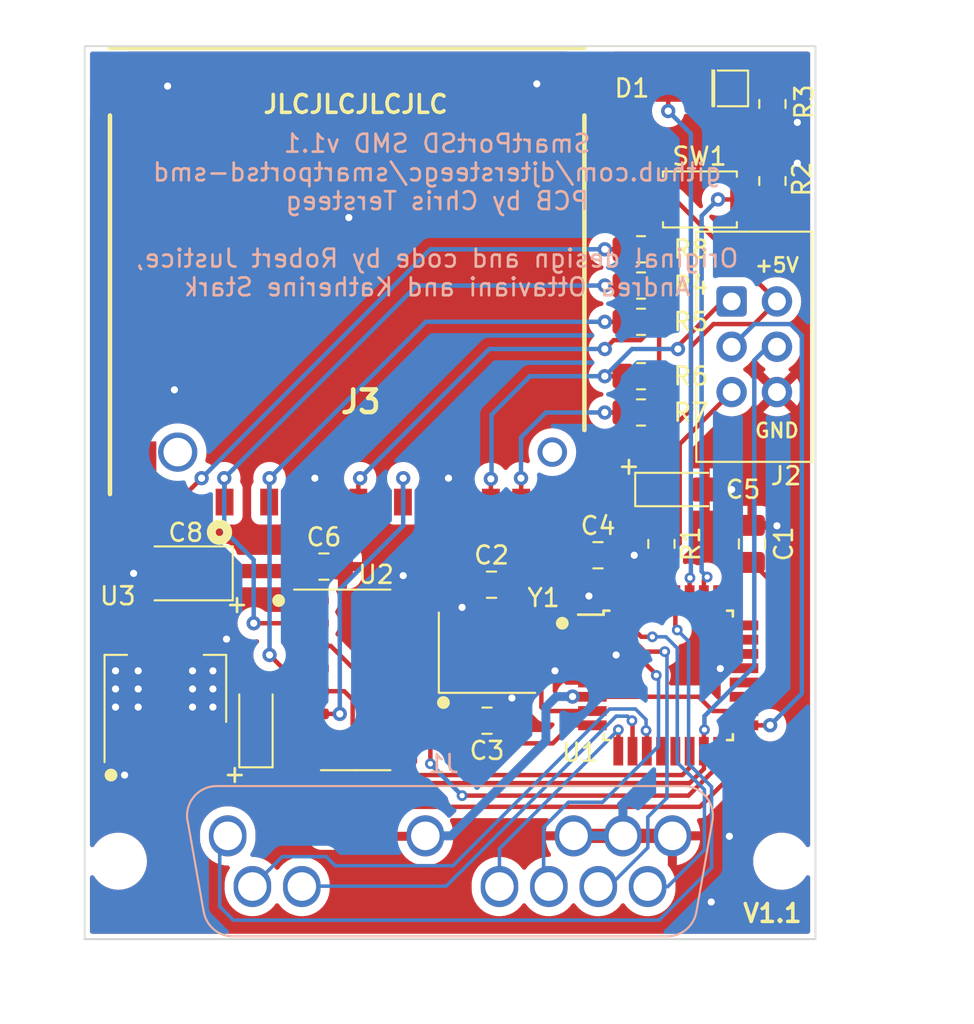
<source format=kicad_pcb>
(kicad_pcb (version 20221018) (generator pcbnew)
  (title_block (title "SmartPortSD SMD") (date "2023-12-07") (rev "1.1") (company "Chris Tersteeg"))
  (layers (0 "F.Cu" signal) (31 "B.Cu" signal) (34 "B.Paste" user) (35 "F.Paste" user) (36 "B.SilkS" user "B.Silkscreen") (37 "F.SilkS" user "F.Silkscreen") (38 "B.Mask" user) (39 "F.Mask" user) (44 "Edge.Cuts" user))
  (net 0 "")
  (net 1 "Net-(D1-K)")
  (net 2 "GND")
  (net 3 "/PA4_STATUS_LED")
  (net 4 "Net-(U1-AREF)")
  (net 5 "+5V")
  (net 6 "Net-(U1-XTAL1{slash}PB6)")
  (net 7 "Net-(U1-XTAL2{slash}PB7)")
  (net 8 "/PA5_WR_PROT")
  (net 9 "Net-(J3-DAT3{slash}CS)")
  (net 10 "Net-(J3-CMD{slash}DI)")
  (net 11 "+3.3V")
  (net 15 "/PD2_00")
  (net 16 "Net-(J3-CLK{slash}SCLK)")
  (net 17 "/MISO_D12")
  (net 18 "Net-(J3-DAT1)")
  (net 19 "Net-(J3-DAT2)")
  (net 22 "/PD3_01")
  (net 23 "/PD4_02")
  (net 24 "/PD5_03")
  (net 25 "/CS_D10")
  (net 26 "/MOSI_D11")
  (net 27 "/SCK_D13")
  (net 28 "/PD6_RD_DATA")
  (net 35 "/PD7_WR_DATA")
  (net 36 "/PA3_EJECT_BUTTON")
  (net 38 "/RESET")
  (footprint "Package_QFP:TQFP-32_7x7mm_P0.8mm" (layer "F.Cu") (at 167.005 117.856)
    (fp_text reference "U1" (at -4.953 4.318) (layer "F.SilkS"))
    (fp_text value "ATmega328P-A" hide)
    (pad "1" smd rect (at -4.25 -2.8) (size 1.6 0.55) (layers "F.Cu" "F.Paste" "F.Mask") (net 22 "/PD3_01"))
    (pad "2" smd rect (at -4.25 -2) (size 1.6 0.55) (layers "F.Cu" "F.Paste" "F.Mask") (net 23 "/PD4_02"))
    (pad "3" smd rect (at -4.25 -1.2) (size 1.6 0.55) (layers "F.Cu" "F.Paste" "F.Mask") (net 2 "GND"))
    (pad "4" smd rect (at -4.25 -0.4) (size 1.6 0.55) (layers "F.Cu" "F.Paste" "F.Mask") (net 5 "+5V"))
    (pad "5" smd rect (at -4.25 0.4) (size 1.6 0.55) (layers "F.Cu" "F.Paste" "F.Mask") (net 2 "GND"))
    (pad "6" smd rect (at -4.25 1.2) (size 1.6 0.55) (layers "F.Cu" "F.Paste" "F.Mask") (net 5 "+5V"))
    (pad "7" smd rect (at -4.25 2) (size 1.6 0.55) (layers "F.Cu" "F.Paste" "F.Mask") (net 6 "Net-(U1-XTAL1{slash}PB6)"))
    (pad "8" smd rect (at -4.25 2.8) (size 1.6 0.55) (layers "F.Cu" "F.Paste" "F.Mask") (net 7 "Net-(U1-XTAL2{slash}PB7)"))
    (pad "9" smd rect (at -2.8 4.25 90) (size 1.6 0.55) (layers "F.Cu" "F.Paste" "F.Mask") (net 24 "/PD5_03"))
    (pad "10" smd rect (at -2 4.25 90) (size 1.6 0.55) (layers "F.Cu" "F.Paste" "F.Mask") (net 28 "/PD6_RD_DATA"))
    (pad "11" smd rect (at -1.2 4.25 90) (size 1.6 0.55) (layers "F.Cu" "F.Paste" "F.Mask") (net 35 "/PD7_WR_DATA"))
    (pad "12" smd rect (at -0.4 4.25 90) (size 1.6 0.55) (layers "F.Cu" "F.Paste" "F.Mask"))
    (pad "13" smd rect (at 0.4 4.25 90) (size 1.6 0.55) (layers "F.Cu" "F.Paste" "F.Mask"))
    (pad "14" smd rect (at 1.2 4.25 90) (size 1.6 0.55) (layers "F.Cu" "F.Paste" "F.Mask") (net 25 "/CS_D10"))
    (pad "15" smd rect (at 2 4.25 90) (size 1.6 0.55) (layers "F.Cu" "F.Paste" "F.Mask") (net 26 "/MOSI_D11"))
    (pad "16" smd rect (at 2.8 4.25 90) (size 1.6 0.55) (layers "F.Cu" "F.Paste" "F.Mask") (net 17 "/MISO_D12"))
    (pad "17" smd rect (at 4.25 2.8) (size 1.6 0.55) (layers "F.Cu" "F.Paste" "F.Mask") (net 27 "/SCK_D13"))
    (pad "18" smd rect (at 4.25 2) (size 1.6 0.55) (layers "F.Cu" "F.Paste" "F.Mask") (net 5 "+5V"))
    (pad "19" smd rect (at 4.25 1.2) (size 1.6 0.55) (layers "F.Cu" "F.Paste" "F.Mask"))
    (pad "20" smd rect (at 4.25 0.4) (size 1.6 0.55) (layers "F.Cu" "F.Paste" "F.Mask") (net 4 "Net-(U1-AREF)"))
    (pad "21" smd rect (at 4.25 -0.4) (size 1.6 0.55) (layers "F.Cu" "F.Paste" "F.Mask") (net 2 "GND"))
    (pad "22" smd rect (at 4.25 -1.2) (size 1.6 0.55) (layers "F.Cu" "F.Paste" "F.Mask"))
    (pad "23" smd rect (at 4.25 -2) (size 1.6 0.55) (layers "F.Cu" "F.Paste" "F.Mask"))
    (pad "24" smd rect (at 4.25 -2.8) (size 1.6 0.55) (layers "F.Cu" "F.Paste" "F.Mask"))
    (pad "25" smd rect (at 2.8 -4.25 90) (size 1.6 0.55) (layers "F.Cu" "F.Paste" "F.Mask"))
    (pad "26" smd rect (at 2 -4.25 90) (size 1.6 0.55) (layers "F.Cu" "F.Paste" "F.Mask") (net 36 "/PA3_EJECT_BUTTON"))
    (pad "27" smd rect (at 1.2 -4.25 90) (size 1.6 0.55) (layers "F.Cu" "F.Paste" "F.Mask") (net 3 "/PA4_STATUS_LED"))
    (pad "28" smd rect (at 0.4 -4.25 90) (size 1.6 0.55) (layers "F.Cu" "F.Paste" "F.Mask") (net 8 "/PA5_WR_PROT"))
    (pad "29" smd rect (at -0.4 -4.25 90) (size 1.6 0.55) (layers "F.Cu" "F.Paste" "F.Mask") (net 38 "/RESET"))
    (pad "30" smd rect (at -1.2 -4.25 90) (size 1.6 0.55) (layers "F.Cu" "F.Paste" "F.Mask"))
    (pad "31" smd rect (at -2 -4.25 90) (size 1.6 0.55) (layers "F.Cu" "F.Paste" "F.Mask"))
    (pad "32" smd rect (at -2.8 -4.25 90) (size 1.6 0.55) (layers "F.Cu" "F.Paste" "F.Mask") (net 15 "/PD2_00"))
  )
  (footprint "Capacitor_Tantalum_SMD:CP_EIA-3216-18_Kemet-A_Pad1.58x1.35mm_HandSolder" (layer "F.Cu") (at 143.891 120.523 90)
    (fp_text reference "C7" hide)
    (fp_text value "22uf 10V" hide)
    (pad "1" smd roundrect (at -1.4375 0 90) (size 1.575 1.35) (layers "F.Cu" "F.Paste" "F.Mask") (roundrect_rratio 0.1851851852) (net 5 "+5V"))
    (pad "2" smd roundrect (at 1.4375 0 90) (size 1.575 1.35) (layers "F.Cu" "F.Paste" "F.Mask") (roundrect_rratio 0.1851851852) (net 2 "GND"))
  )
  (footprint "Resistor_SMD:R_0805_2012Metric_Pad1.20x1.40mm_HandSolder" (layer "F.Cu") (at 165.481 101.092 180)
    (fp_text reference "R6" (at -2.794 0 180) (layer "F.SilkS"))
    (fp_text value "10K")
    (pad "1" smd roundrect (at -1 0 180) (size 1.2 1.4) (layers "F.Cu" "F.Paste" "F.Mask") (roundrect_rratio 0.2083333333) (net 11 "+3.3V"))
    (pad "2" smd roundrect (at 1 0 180) (size 1.2 1.4) (layers "F.Cu" "F.Paste" "F.Mask") (roundrect_rratio 0.2083333333) (net 17 "/MISO_D12"))
  )
  (footprint "Capacitor_SMD:C_0805_2012Metric_Pad1.18x1.45mm_HandSolder" (layer "F.Cu") (at 147.701 111.76 180)
    (fp_text reference "C6" (at 0 1.651) (layer "F.SilkS"))
    (fp_text value "0.1uf")
    (pad "1" smd roundrect (at -1.0375 0 180) (size 1.175 1.45) (layers "F.Cu" "F.Paste" "F.Mask") (roundrect_rratio 0.2127659574) (net 2 "GND"))
    (pad "2" smd roundrect (at 1.0375 0 180) (size 1.175 1.45) (layers "F.Cu" "F.Paste" "F.Mask") (roundrect_rratio 0.2127659574) (net 11 "+3.3V"))
  )
  (footprint "Resistor_SMD:R_0805_2012Metric_Pad1.20x1.40mm_HandSolder" (layer "F.Cu") (at 165.481 93.98 180)
    (fp_text reference "R8" (at -2.794 0 180) (layer "F.SilkS"))
    (fp_text value "10K")
    (pad "1" smd roundrect (at -1 0 180) (size 1.2 1.4) (layers "F.Cu" "F.Paste" "F.Mask") (roundrect_rratio 0.2083333333) (net 11 "+3.3V"))
    (pad "2" smd roundrect (at 1 0 180) (size 1.2 1.4) (layers "F.Cu" "F.Paste" "F.Mask") (roundrect_rratio 0.2083333333) (net 19 "Net-(J3-DAT2)"))
  )
  (footprint "Capacitor_SMD:C_0805_2012Metric_Pad1.18x1.45mm_HandSolder" (layer "F.Cu") (at 157.099 112.776 180)
    (fp_text reference "C2" (at 0 1.651) (layer "F.SilkS"))
    (fp_text value "18pf")
    (pad "1" smd roundrect (at -1.0375 0 180) (size 1.175 1.45) (layers "F.Cu" "F.Paste" "F.Mask") (roundrect_rratio 0.2127659574) (net 6 "Net-(U1-XTAL1{slash}PB6)"))
    (pad "2" smd roundrect (at 1.0375 0 180) (size 1.175 1.45) (layers "F.Cu" "F.Paste" "F.Mask") (roundrect_rratio 0.2127659574) (net 2 "GND"))
  )
  (footprint "Resistor_SMD:R_0805_2012Metric_Pad1.20x1.40mm_HandSolder" (layer "F.Cu") (at 172.847 85.836 -90)
    (fp_text reference "R3" (at -0.111 -1.778 90) (layer "F.SilkS"))
    (fp_text value "470R")
    (pad "1" smd roundrect (at -1 0 270) (size 1.2 1.4) (layers "F.Cu" "F.Paste" "F.Mask") (roundrect_rratio 0.2083333333) (net 1 "Net-(D1-K)"))
    (pad "2" smd roundrect (at 1 0 270) (size 1.2 1.4) (layers "F.Cu" "F.Paste" "F.Mask") (roundrect_rratio 0.2083333333) (net 2 "GND"))
  )
  (footprint "Resistor_SMD:R_0805_2012Metric_Pad1.20x1.40mm_HandSolder" (layer "F.Cu") (at 166.624 110.49 -90)
    (fp_text reference "R1" (at 0 -1.65 90) (layer "F.SilkS"))
    (fp_text value "10K")
    (pad "1" smd roundrect (at -1 0 270) (size 1.2 1.4) (layers "F.Cu" "F.Paste" "F.Mask") (roundrect_rratio 0.2083333333) (net 5 "+5V"))
    (pad "2" smd roundrect (at 1 0 270) (size 1.2 1.4) (layers "F.Cu" "F.Paste" "F.Mask") (roundrect_rratio 0.2083333333) (net 38 "/RESET"))
  )
  (footprint "Button_Switch_SMD:SW_Push_SPST_NO_Alps_SKRK" (layer "F.Cu") (at 168.783 91.186 180)
    (fp_text reference "SW1" (at 0.0254 2.413) (layer "F.SilkS"))
    (fp_text value "SW_SPST")
    (pad "1" smd roundrect (at -2.1 0 180) (size 0.8 2) (layers "F.Cu" "F.Paste" "F.Mask") (net 36 "/PA3_EJECT_BUTTON"))
    (pad "2" smd roundrect (at 2.1 0 180) (size 0.8 2) (layers "F.Cu" "F.Paste" "F.Mask") (net 5 "+5V"))
  )
  (footprint "Crystal:Crystal_SMD_3225-4Pin_3.2x2.5mm_HandSoldering" (layer "F.Cu") (at 156.845 116.586)
    (fp_text reference "Y1" (at 3.175 -3.075) (layer "F.SilkS"))
    (fp_text value "16MHz")
    (pad "1" smd rect (at -1.45 1.15) (size 2.1 1.8) (layers "F.Cu" "F.Paste" "F.Mask") (net 7 "Net-(U1-XTAL2{slash}PB7)"))
    (pad "2" smd rect (at 1.45 1.15) (size 2.1 1.8) (layers "F.Cu" "F.Paste" "F.Mask") (net 2 "GND"))
    (pad "3" smd rect (at 1.45 -1.15) (size 2.1 1.8) (layers "F.Cu" "F.Paste" "F.Mask") (net 6 "Net-(U1-XTAL1{slash}PB6)"))
    (pad "4" smd rect (at -1.45 -1.15) (size 2.1 1.8) (layers "F.Cu" "F.Paste" "F.Mask") (net 2 "GND"))
  )
  (footprint "Resistor_SMD:R_0805_2012Metric_Pad1.20x1.40mm_HandSolder" (layer "F.Cu") (at 165.481 98.044 180)
    (fp_text reference "R5" (at -2.794 0 180) (layer "F.SilkS"))
    (fp_text value "10K")
    (pad "1" smd roundrect (at -1 0 180) (size 1.2 1.4) (layers "F.Cu" "F.Paste" "F.Mask") (roundrect_rratio 0.2083333333) (net 11 "+3.3V"))
    (pad "2" smd roundrect (at 1 0 180) (size 1.2 1.4) (layers "F.Cu" "F.Paste" "F.Mask") (roundrect_rratio 0.2083333333) (net 10 "Net-(J3-CMD{slash}DI)"))
  )
  (footprint "TE SD Card 2041021-3:2041021-3_2" (layer "F.Cu") (at 162.306 107.696 180)
    (fp_text reference "J3" (at 12.54133 5.169) (layer "F.SilkS") (effects (font (size 1.27 1.27) (thickness 0.254))))
    (fp_text value "SD_Card_Push_Pull" hide)
    (pad "1" smd rect (at 20.175 -0.45 180) (size 1 1.5) (layers "F.Cu" "F.Paste" "F.Mask") (net 9 "Net-(J3-DAT3{slash}CS)"))
    (pad "2" smd rect (at 17.675 -0.45 180) (size 1 1.5) (layers "F.Cu" "F.Paste" "F.Mask") (net 10 "Net-(J3-CMD{slash}DI)"))
    (pad "3" smd rect (at 15.175 -0.45 180) (size 1 1.5) (layers "F.Cu" "F.Paste" "F.Mask") (net 2 "GND"))
    (pad "4" smd rect (at 12.675 -0.45 180) (size 1 1.5) (layers "F.Cu" "F.Paste" "F.Mask") (net 11 "+3.3V"))
    (pad "5" smd rect (at 10.175 -0.45 180) (size 1 1.5) (layers "F.Cu" "F.Paste" "F.Mask") (net 16 "Net-(J3-CLK{slash}SCLK)"))
    (pad "6" smd rect (at 7.675 -0.45 180) (size 1 1.5) (layers "F.Cu" "F.Paste" "F.Mask") (net 2 "GND"))
    (pad "7" smd rect (at 5.245 -0.45 180) (size 1 1.5) (layers "F.Cu" "F.Paste" "F.Mask") (net 17 "/MISO_D12"))
    (pad "8" smd rect (at 3.545 -0.45 180) (size 1 1.5) (layers "F.Cu" "F.Paste" "F.Mask") (net 18 "Net-(J3-DAT1)"))
    (pad "9" smd rect (at 22.675 -0.45 180) (size 1 1.5) (layers "F.Cu" "F.Paste" "F.Mask") (net 19 "Net-(J3-DAT2)"))
    (pad "10" smd rect (at 2.345 -0.45 180) (size 0.7 1.5) (layers "F.Cu" "F.Paste" "F.Mask"))
    (pad "11" smd rect (at 1.145 -0.45 180) (size 0.7 1.5) (layers "F.Cu" "F.Paste" "F.Mask"))
    (pad "12" smd rect (at -0.35 23.05 180) (size 1.5 2.8) (layers "F.Cu" "F.Paste" "F.Mask") (net 2 "GND"))
    (pad "13" smd rect (at 26.95 23.05 180) (size 1.5 2.8) (layers "F.Cu" "F.Paste" "F.Mask") (net 2 "GND"))
    (pad "14" smd rect (at -0.35 1.55 180) (size 1.5 2.8) (layers "F.Cu" "F.Paste" "F.Mask") (net 2 "GND"))
    (pad "15" smd rect (at 24.75 1.55 180) (size 1.5 2.8) (layers "F.Cu" "F.Paste" "F.Mask") (net 2 "GND"))
    (pad "16" thru_hole circle (at 1.8 2.35 180) (size 1.65 1.65) (drill 1.1) (layers "*.Cu" "*.Mask"))
    (pad "17" thru_hole circle (at 22.8 2.35 180) (size 2.2 2.2) (drill 1.6) (layers "*.Cu" "*.Mask"))
  )
  (footprint "Capacitor_Tantalum_SMD:CP_EIA-3216-18_Kemet-A_Pad1.58x1.35mm_HandSolder" (layer "F.Cu") (at 167.64 107.442)
    (fp_text reference "C5" (at 3.556 0) (layer "F.SilkS"))
    (fp_text value "22uf 10V")
    (pad "1" smd roundrect (at -1.4375 0) (size 1.575 1.35) (layers "F.Cu" "F.Paste" "F.Mask") (roundrect_rratio 0.1851851852) (net 5 "+5V"))
    (pad "2" smd roundrect (at 1.4375 0) (size 1.575 1.35) (layers "F.Cu" "F.Paste" "F.Mask") (roundrect_rratio 0.1851851852) (net 2 "GND"))
  )
  (footprint "Connector_IDC:IDC-Header_2x03_P2.54mm_Vertical" (layer "F.Cu") (at 170.561 96.901)
    (fp_text reference "J2" (at 3.048 9.779) (layer "F.SilkS"))
    (fp_text value "ICSP" hide)
    (pad "1" thru_hole roundrect (at 0 0) (size 1.7 1.7) (drill 1) (layers "*.Cu" "*.Mask") (roundrect_rratio 0.1470588235) (net 17 "/MISO_D12"))
    (pad "2" thru_hole circle (at 2.54 0) (size 1.7 1.7) (drill 1) (layers "*.Cu" "*.Mask") (net 5 "+5V"))
    (pad "3" thru_hole circle (at 0 2.54) (size 1.7 1.7) (drill 1) (layers "*.Cu" "*.Mask") (net 27 "/SCK_D13"))
    (pad "4" thru_hole circle (at 2.54 2.54) (size 1.7 1.7) (drill 1) (layers "*.Cu" "*.Mask") (net 26 "/MOSI_D11"))
    (pad "5" thru_hole circle (at 0 5.08) (size 1.7 1.7) (drill 1) (layers "*.Cu" "*.Mask") (net 38 "/RESET"))
    (pad "6" thru_hole circle (at 2.54 5.08) (size 1.7 1.7) (drill 1) (layers "*.Cu" "*.Mask") (net 2 "GND"))
  )
  (footprint "Resistor_SMD:R_0805_2012Metric_Pad1.20x1.40mm_HandSolder" (layer "F.Cu") (at 165.481 96.012 180)
    (fp_text reference "R4" (at -2.794 0 180) (layer "F.SilkS"))
    (fp_text value "10K")
    (pad "1" smd roundrect (at -1 0 180) (size 1.2 1.4) (layers "F.Cu" "F.Paste" "F.Mask") (roundrect_rratio 0.2083333333) (net 11 "+3.3V"))
    (pad "2" smd roundrect (at 1 0 180) (size 1.2 1.4) (layers "F.Cu" "F.Paste" "F.Mask") (roundrect_rratio 0.2083333333) (net 9 "Net-(J3-DAT3{slash}CS)"))
  )
  (footprint "Tersteeg:1204 Side Emitting LED" (layer "F.Cu") (at 168.783 84.963)
    (fp_text reference "D1" (at -3.81 -0.007502 unlocked) (layer "F.SilkS"))
    (fp_text value "LED")
    (pad "" smd rect (at 0 0.55) (size 0.9 0.9) (layers "F.Cu" "F.Paste" "F.Mask"))
    (pad "1" smd rect (at 1.75 0) (size 1.5 1.5) (layers "F.Cu" "F.Paste" "F.Mask") (net 1 "Net-(D1-K)"))
    (pad "2" smd rect (at -1.75 0) (size 1.5 1.5) (layers "F.Cu" "F.Paste" "F.Mask") (net 3 "/PA4_STATUS_LED"))
  )
  (footprint "Capacitor_Tantalum_SMD:CP_EIA-3528-12_Kemet-T_Pad1.50x2.35mm_HandSolder" (layer "F.Cu") (at 139.954 112.141 180)
    (fp_text reference "C8" (at 0 2.286 180) (layer "F.SilkS"))
    (fp_text value "47uf 10V")
    (pad "1" smd roundrect (at -1.625 0 180) (size 1.5 2.35) (layers "F.Cu" "F.Paste" "F.Mask") (roundrect_rratio 0.1666673333) (net 11 "+3.3V"))
    (pad "2" smd roundrect (at 1.625 0 180) (size 1.5 2.35) (layers "F.Cu" "F.Paste" "F.Mask") (roundrect_rratio 0.1666673333) (net 2 "GND"))
  )
  (footprint "Capacitor_SMD:C_0805_2012Metric_Pad1.18x1.45mm_HandSolder" (layer "F.Cu") (at 171.704 110.49 -90)
    (fp_text reference "C1" (at 0 -1.778 -270) (layer "F.SilkS"))
    (fp_text value "0.1uf")
    (pad "1" smd roundrect (at -1.0375 0 270) (size 1.175 1.45) (layers "F.Cu" "F.Paste" "F.Mask") (roundrect_rratio 0.2127659574) (net 2 "GND"))
    (pad "2" smd roundrect (at 1.0375 0 270) (size 1.175 1.45) (layers "F.Cu" "F.Paste" "F.Mask") (roundrect_rratio 0.2127659574) (net 4 "Net-(U1-AREF)"))
  )
  (footprint "Resistor_SMD:R_0805_2012Metric_Pad1.20x1.40mm_HandSolder" (layer "F.Cu") (at 165.481 103.124 180)
    (fp_text reference "R7" (at -2.794 0 180) (layer "F.SilkS"))
    (fp_text value "10K")
    (pad "1" smd roundrect (at -1 0 180) (size 1.2 1.4) (layers "F.Cu" "F.Paste" "F.Mask") (roundrect_rratio 0.2083333333) (net 11 "+3.3V"))
    (pad "2" smd roundrect (at 1 0 180) (size 1.2 1.4) (layers "F.Cu" "F.Paste" "F.Mask") (roundrect_rratio 0.2083333333) (net 18 "Net-(J3-DAT1)"))
  )
  (footprint "Resistor_SMD:R_0805_2012Metric_Pad1.20x1.40mm_HandSolder" (layer "F.Cu") (at 172.847 90.154 90)
    (fp_text reference "R2" (at 0.111 1.651 90) (layer "F.SilkS"))
    (fp_text value "10K")
    (pad "1" smd roundrect (at -1 0 90) (size 1.2 1.4) (layers "F.Cu" "F.Paste" "F.Mask") (roundrect_rratio 0.2083333333) (net 36 "/PA3_EJECT_BUTTON"))
    (pad "2" smd roundrect (at 1 0 90) (size 1.2 1.4) (layers "F.Cu" "F.Paste" "F.Mask") (roundrect_rratio 0.2083333333) (net 2 "GND"))
  )
  (footprint "Capacitor_SMD:C_0805_2012Metric_Pad1.18x1.45mm_HandSolder" (layer "F.Cu") (at 156.845 120.396 180)
    (fp_text reference "C3" (at 0 -1.68) (layer "F.SilkS"))
    (fp_text value "18pf")
    (pad "1" smd roundrect (at -1.0375 0 180) (size 1.175 1.45) (layers "F.Cu" "F.Paste" "F.Mask") (roundrect_rratio 0.2127659574) (net 2 "GND"))
    (pad "2" smd roundrect (at 1.0375 0 180) (size 1.175 1.45) (layers "F.Cu" "F.Paste" "F.Mask") (roundrect_rratio 0.2127659574) (net 7 "Net-(U1-XTAL2{slash}PB7)"))
  )
  (footprint "Capacitor_SMD:C_0805_2012Metric_Pad1.18x1.45mm_HandSolder" (layer "F.Cu") (at 163.068 111.125 180)
    (fp_text reference "C4" (at 0 1.651) (layer "F.SilkS"))
    (fp_text value "0.1uf")
    (pad "1" smd roundrect (at -1.0375 0 180) (size 1.175 1.45) (layers "F.Cu" "F.Paste" "F.Mask") (roundrect_rratio 0.2127659574) (net 2 "GND"))
    (pad "2" smd roundrect (at 1.0375 0 180) (size 1.175 1.45) (layers "F.Cu" "F.Paste" "F.Mask") (roundrect_rratio 0.2127659574) (net 5 "+5V"))
  )
  (footprint "Package_TO_SOT_SMD:SOT-223-3_TabPin2" (layer "F.Cu") (at 138.811 118.618 90)
    (fp_text reference "U3" (at 5.207 -2.667 180) (layer "F.SilkS"))
    (fp_text value "AMS1117-3.3")
    (pad "1" smd rect (at -3.15 -2.3 90) (size 2 1.5) (layers "F.Cu" "F.Paste" "F.Mask") (net 2 "GND"))
    (pad "2" smd rect (at -3.15 0 90) (size 2 1.5) (layers "F.Cu" "F.Paste" "F.Mask") (net 11 "+3.3V"))
    (pad "2" smd rect (at 3.15 0 90) (size 2 3.8) (layers "F.Cu" "F.Paste" "F.Mask") (net 11 "+3.3V"))
    (pad "3" smd rect (at -3.15 2.3 90) (size 2 1.5) (layers "F.Cu" "F.Paste" "F.Mask") (net 5 "+5V"))
  )
  (footprint "Package_SO:SOIC-16_3.9x9.9mm_P1.27mm" (layer "F.Cu") (at 149.479 118.11)
    (fp_text reference "U2" (at 1.143 -5.9) (layer "F.SilkS"))
    (fp_text value "4050" hide)
    (pad "1" smd roundrect (at -2.475 -4.445) (size 1.95 0.6) (layers "F.Cu" "F.Paste" "F.Mask") (net 11 "+3.3V"))
    (pad "2" smd roundrect (at -2.475 -3.175) (size 1.95 0.6) (layers "F.Cu" "F.Paste" "F.Mask") (net 9 "Net-(J3-DAT3{slash}CS)"))
    (pad "3" smd roundrect (at -2.475 -1.905) (size 1.95 0.6) (layers "F.Cu" "F.Paste" "F.Mask") (net 25 "/CS_D10"))
    (pad "4" smd roundrect (at -2.475 -0.635) (size 1.95 0.6) (layers "F.Cu" "F.Paste" "F.Mask") (net 10 "Net-(J3-CMD{slash}DI)"))
    (pad "5" smd roundrect (at -2.475 0.635) (size 1.95 0.6) (layers "F.Cu" "F.Paste" "F.Mask") (net 26 "/MOSI_D11"))
    (pad "6" smd roundrect (at -2.475 1.905) (size 1.95 0.6) (layers "F.Cu" "F.Paste" "F.Mask") (net 16 "Net-(J3-CLK{slash}SCLK)"))
    (pad "7" smd roundrect (at -2.475 3.175) (size 1.95 0.6) (layers "F.Cu" "F.Paste" "F.Mask") (net 27 "/SCK_D13"))
    (pad "8" smd roundrect (at -2.475 4.445) (size 1.95 0.6) (layers "F.Cu" "F.Paste" "F.Mask") (net 2 "GND"))
    (pad "9" smd roundrect (at 2.475 4.445) (size 1.95 0.6) (layers "F.Cu" "F.Paste" "F.Mask") (net 2 "GND"))
    (pad "10" smd roundrect (at 2.475 3.175) (size 1.95 0.6) (layers "F.Cu" "F.Paste" "F.Mask"))
    (pad "11" smd roundrect (at 2.475 1.905) (size 1.95 0.6) (layers "F.Cu" "F.Paste" "F.Mask") (net 2 "GND"))
    (pad "12" smd roundrect (at 2.475 0.635) (size 1.95 0.6) (layers "F.Cu" "F.Paste" "F.Mask"))
    (pad "13" smd roundrect (at 2.475 -0.635) (size 1.95 0.6) (layers "F.Cu" "F.Paste" "F.Mask"))
    (pad "14" smd roundrect (at 2.475 -1.905) (size 1.95 0.6) (layers "F.Cu" "F.Paste" "F.Mask") (net 2 "GND"))
    (pad "15" smd roundrect (at 2.475 -3.175) (size 1.95 0.6) (layers "F.Cu" "F.Paste" "F.Mask"))
    (pad "16" smd roundrect (at 2.475 -4.445) (size 1.95 0.6) (layers "F.Cu" "F.Paste" "F.Mask"))
  )
  (footprint "Tersteeg:DSUB-19_Male_Vertical_P2.77x2.84mm_Narrow_MountingHoles" (layer "B.Cu") (at 167.238 126.85 180)
    (fp_text reference "J1" (at 12.827 4.0386) (layer "B.SilkS") (effects (justify mirror)))
    (fp_text value "DB19_Plug")
    (pad "" np_thru_hole circle (at -6.13 -1.42 180) (size 2.7 2.7) (drill 2.7) (layers "F&B.Cu" "*.Mask"))
    (pad "" np_thru_hole circle (at 31.06 -1.42 180) (size 2.7 2.7) (drill 2.7) (layers "F&B.Cu" "*.Mask"))
    (pad "1" thru_hole oval (at 0 0 180) (size 2.1 2.3) (drill 1.6) (layers "*.Cu" "*.Mask") (net 2 "GND"))
    (pad "2" thru_hole oval (at 2.77 0 180) (size 2.1 2.3) (drill 1.6) (layers "*.Cu" "*.Mask") (net 2 "GND"))
    (pad "3" thru_hole oval (at 5.54 0 180) (size 2.1 2.3) (drill 1.6) (layers "*.Cu" "*.Mask") (net 2 "GND"))
    (pad "6" thru_hole oval (at 13.85 0 180) (size 2.1 2.3) (drill 1.6) (layers "*.Cu" "*.Mask") (net 5 "+5V"))
    (pad "10" thru_hole oval (at 24.93 0 180) (size 2.1 2.3) (drill 1.6) (layers "*.Cu" "*.Mask") (net 8 "/PA5_WR_PROT"))
    (pad "11" thru_hole oval (at 1.385 -2.84 180) (size 2.1 2.3) (drill 1.6) (layers "*.Cu" "*.Mask") (net 15 "/PD2_00"))
    (pad "12" thru_hole oval (at 4.155 -2.84 180) (size 2.1 2.3) (drill 1.6) (layers "*.Cu" "*.Mask") (net 22 "/PD3_01"))
    (pad "13" thru_hole oval (at 6.925 -2.84 180) (size 2.1 2.3) (drill 1.6) (layers "*.Cu" "*.Mask") (net 23 "/PD4_02"))
    (pad "14" thru_hole oval (at 9.695 -2.84 180) (size 2.1 2.3) (drill 1.6) (layers "*.Cu" "*.Mask") (net 24 "/PD5_03"))
    (pad "18" thru_hole oval (at 20.775 -2.84 180) (size 2.1 2.3) (drill 1.6) (layers "*.Cu" "*.Mask") (net 28 "/PD6_RD_DATA"))
    (pad "19" thru_hole oval (at 23.545 -2.84 180) (size 2.1 2.3) (drill 1.6) (layers "*.Cu" "*.Mask") (net 35 "/PD7_WR_DATA"))
  )
  (gr_circle (center 154.402019 119.38) (end 154.686 119.38) (stroke (width 0.15)) (fill solid) (layer "F.SilkS"))
  (gr_circle (center 161.065981 114.935) (end 161.349962 114.935) (stroke (width 0.15)) (fill solid) (layer "F.SilkS"))
  (gr_circle (center 145.161 113.665) (end 145.444981 113.665) (stroke (width 0.15)) (fill solid) (layer "F.SilkS"))
  (gr_circle (center 135.763 123.444) (end 136.046981 123.444) (stroke (width 0.15)) (fill solid) (layer "F.SilkS"))
  (gr_rect (start 134.286 82.6) (end 175.26 132.6371) (stroke (width 0.1)) (fill none) (layer "Edge.Cuts"))
  (gr_text "SmartPortSD SMD v1.1\ngithub.com/djtersteegc/smartportsd-smd\nPCB by Chris Tersteeg\n\nOriginal design and code by Robert Justice,\nAndrea Ottaviani and Katherine Stark\n" (at 154.051 92.075) (layer "B.SilkS") (effects (font (size 1 1)) (justify mirror)))
  (gr_text "GND" (at 173.101 104.14) (layer "F.SilkS") (effects (font (size 0.8 0.8))))
  (gr_text "JLCJLCJLCJLC" (at 149.479 85.852) (layer "F.SilkS") (effects (font (size 1 1) (thickness 0.2))))
  (gr_text "+" (at 142.113 114.427) (layer "F.SilkS") (effects (font (size 1 1)) (justify left bottom)))
  (gr_text "+" (at 141.986 123.952) (layer "F.SilkS") (effects (font (size 1 1)) (justify left bottom)))
  (gr_text "+5V" (at 173.101 94.869) (layer "F.SilkS") (effects (font (size 0.8 0.8))))
  (gr_text "+" (at 164.084 106.68) (layer "F.SilkS") (effects (font (size 1 1)) (justify left bottom)))
  (gr_text "V1.1" (at 172.847 131.191) (layer "F.SilkS") (effects (font (size 1 1) (thickness 0.2))))
  (segment (start 170.533 84.963) (end 172.72 84.963) (width 0.25) (layer "F.Cu") (net 1))
  (segment (start 150.749 120.015) (end 150.368 119.634) (width 0.25) (layer "F.Cu") (net 2))
  (segment (start 161.309 118.256) (end 162.755 118.256) (width 0.25) (layer "F.Cu") (net 2))
  (segment (start 150.368 120.396) (end 150.749 120.015) (width 0.25) (layer "F.Cu") (net 2))
  (segment (start 150.495 116.205) (end 151.954 116.205) (width 0.25) (layer "F.Cu") (net 2))
  (segment (start 155.395 113.4425) (end 155.395 115.436) (width 0.25) (layer "F.Cu") (net 2))
  (segment (start 150.749 120.015) (end 151.954 120.015) (width 0.25) (layer "F.Cu") (net 2))
  (segment (start 162.755 116.656) (end 164.027 116.656) (width 0.25) (layer "F.Cu") (net 2))
  (segment (start 160.655 117.602) (end 161.309 118.256) (width 0.25) (layer "F.Cu") (net 2))
  (segment (start 150.368 116.332) (end 150.495 116.205) (width 0.25) (layer "F.Cu") (net 2))
  (segment (start 164.027 116.656) (end 164.084 116.713) (width 0.25) (layer "F.Cu") (net 2))
  (segment (start 165.1 111.125) (end 164.1055 111.125) (width 0.7) (layer "F.Cu") (net 2))
  (segment (start 150.368 119.634) (end 150.368 116.332) (width 0.25) (layer "F.Cu") (net 2))
  (segment (start 156.0615 112.776) (end 155.395 113.4425) (width 0.25) (layer "F.Cu") (net 2))
  (segment (start 158.295 117.736) (end 158.295 119.9835) (width 0.25) (layer "F.Cu") (net 2))
  (segment (start 161.592 126.85) (end 167.132 126.85) (width 0.8) (layer "F.Cu") (net 2))
  (segment (start 169.926 117.475) (end 171.236 117.475) (width 0.25) (layer "F.Cu") (net 2))
  (segment (start 150.368 122.301) (end 150.368 120.396) (width 0.25) (layer "F.Cu") (net 2))
  (segment (start 150.622 122.555) (end 150.368 122.301) (width 0.25) (layer "F.Cu") (net 2))
  (segment (start 151.954 122.555) (end 150.622 122.555) (width 0.25) (layer "F.Cu") (net 2))
  (via (at 170.561 107.442) (size 0.8) (drill 0.4) (layers "F.Cu" "B.Cu") (net 2))
  (via (at 139.319 101.854) (size 0.8) (drill 0.4) (layers "F.Cu" "B.Cu") (net 2))
  (via (at 174.244 86.868) (size 0.8) (drill 0.4) (layers "F.Cu" "B.Cu") (net 2))
  (via (at 164.084 116.713) (size 0.8) (drill 0.4) (layers "F.Cu" "B.Cu") (net 2))
  (via (at 147.193 106.807) (size 0.8) (drill 0.4) (layers "F.Cu" "B.Cu") (net 2))
  (via (at 141.478 117.602) (size 0.8) (drill 0.4) (layers "F.Cu" "B.Cu") (net 2))
  (via (at 136.017 118.618) (size 0.8) (drill 0.4) (layers "F.Cu" "B.Cu") (net 2))
  (via (at 137.033 112.141) (size 0.8) (drill 0.4) (layers "F.Cu" "B.Cu") (net 2))
  (via (at 142.24 115.824) (size 0.8) (drill 0.4) (layers "F.Cu" "B.Cu") (net 2))
  (via (at 169.418 130.556) (size 0.8) (drill 0.4) (layers "F.Cu" "B.Cu") (net 2))
  (via (at 174.244 89.154) (size 0.8) (drill 0.4) (layers "F.Cu" "B.Cu") (net 2))
  (via (at 137.287 118.618) (size 0.8) (drill 0.4) (layers "F.Cu" "B.Cu") (net 2))
  (via (at 141.478 118.618) (size 0.8) (drill 0.4) (layers "F.Cu" "B.Cu") (net 2))
  (via (at 155.448 114.046) (size 0.8) (drill 0.4) (layers "F.Cu" "B.Cu") (net 2))
  (via (at 165.1 111.125) (size 0.8) (drill 0.4) (layers "F.Cu" "B.Cu") (net 2))
  (via (at 141.478 119.634) (size 0.8) (drill 0.4) (layers "F.Cu" "B.Cu") (net 2))
  (via (at 169.926 117.475) (size 0.8) (drill 0.4) (layers "F.Cu" "B.Cu") (net 2))
  (via (at 136.525 123.444) (size 0.8) (drill 0.4) (layers "F.Cu" "B.Cu") (net 2))
  (via (at 160.655 117.602) (size 0.8) (drill 0.4) (layers "F.Cu" "B.Cu") (net 2))
  (via (at 149.098 92.202) (size 0.8) (drill 0.4) (layers "F.Cu" "B.Cu") (net 2))
  (via (at 136.017 117.602) (size 0.8) (drill 0.4) (layers "F.Cu" "B.Cu") (net 2))
  (via (at 140.335 117.602) (size 0.8) (drill 0.4) (layers "F.Cu" "B.Cu") (net 2))
  (via (at 137.287 117.602) (size 0.8) (drill 0.4) (layers "F.Cu" "B.Cu") (net 2))
  (via (at 140.335 119.634) (size 0.8) (drill 0.4) (layers "F.Cu" "B.Cu") (net 2))
  (via (at 173.101 109.474) (size 0.8) (drill 0.4) (layers "F.Cu" "B.Cu") (net 2))
  (via (at 159.639 84.709) (size 0.8) (drill 0.4) (layers "F.Cu" "B.Cu") (net 2))
  (via (at 154.686 106.807) (size 0.8) (drill 0.4) (layers "F.Cu" "B.Cu") (net 2))
  (via (at 152.146 112.268) (size 0.8) (drill 0.4) (layers "F.Cu" "B.Cu") (net 2))
  (via (at 162.56 113.411) (size 0.8) (drill 0.4) (layers "F.Cu" "B.Cu") (net 2))
  (via (at 170.434 126.873) (size 0.8) (drill 0.4) (layers "F.Cu" "B.Cu") (net 2))
  (via (at 138.938 84.836) (size 0.8) (drill 0.4) (layers "F.Cu" "B.Cu") (net 2))
  (via (at 136.017 119.634) (size 0.8) (drill 0.4) (layers "F.Cu" "B.Cu") (net 2))
  (via (at 137.287 119.634) (size 0.8) (drill 0.4) (layers "F.Cu" "B.Cu") (net 2))
  (via (at 158.242 119.126) (size 0.8) (drill 0.4) (layers "F.Cu" "B.Cu") (net 2))
  (via (at 140.335 118.618) (size 0.8) (drill 0.4) (layers "F.Cu" "B.Cu") (net 2))
  (segment (start 168.205 112.416318) (end 168.205 113.606) (width 0.25) (layer "F.Cu") (net 3))
  (segment (start 167.005 86.233) (end 167.005 84.991) (width 0.25) (layer "F.Cu") (net 3))
  (segment (start 168.224556 112.396762) (end 168.205 112.416318) (width 0.25) (layer "F.Cu") (net 3))
  (via (at 168.224556 112.396762) (size 0.6) (drill 0.3) (layers "F.Cu" "B.Cu") (net 3))
  (via (at 167.005 86.233) (size 0.8) (drill 0.4) (layers "F.Cu" "B.Cu") (net 3))
  (segment (start 168.275 87.503) (end 167.005 86.233) (width 0.25) (layer "B.Cu") (net 3))
  (segment (start 168.224556 112.396762) (end 168.275 112.346318) (width 0.25) (layer "B.Cu") (net 3))
  (segment (start 168.275 112.346318) (end 168.275 87.503) (width 0.25) (layer "B.Cu") (net 3))
  (segment (start 172.305 118.256) (end 172.593 117.968) (width 0.25) (layer "F.Cu") (net 4))
  (segment (start 172.593 112.4165) (end 171.704 111.5275) (width 0.25) (layer "F.Cu") (net 4))
  (segment (start 172.593 117.968) (end 172.593 112.4165) (width 0.25) (layer "F.Cu") (net 4))
  (segment (start 171.255 118.256) (end 172.305 118.256) (width 0.25) (layer "F.Cu") (net 4))
  (segment (start 143.891 123.19) (end 147.574 126.873) (width 0.5) (layer "F.Cu") (net 5))
  (segment (start 163.6655 109.49) (end 162.0305 111.125) (width 0.25) (layer "F.Cu") (net 5))
  (segment (start 143.891 123.19) (end 143.891 121.9605) (width 0.5) (layer "F.Cu") (net 5))
  (segment (start 167.386 91.186) (end 166.683 91.186) (width 0.25) (layer "F.Cu") (net 5))
  (segment (start 163.805 117.456) (end 163.957 117.608) (width 0.25) (layer "F.Cu") (net 5))
  (segment (start 166.624 109.49) (end 166.624 107.8635) (width 0.25) (layer "F.Cu") (net 5))
  (segment (start 161.643986 119.043516) (end 161.688502 118.999) (width 0.4) (layer "F.Cu") (net 5))
  (segment (start 161.69 117.456) (end 161.671 117.475) (width 0.25) (layer "F.Cu") (net 5))
  (segment (start 171.831 98.171) (end 173.101 96.901) (width 0.25) (layer "F.Cu") (net 5))
  (segment (start 143.6985 121.768) (end 141.111 121.768) (width 0.8) (layer "F.Cu") (net 5))
  (segment (start 166.2025 105.0226) (end 168.2755 102.9496) (width 0.25) (layer "F.Cu") (net 5))
  (segment (start 166.2025 107.442) (end 166.2025 105.0226) (width 0.25) (layer "F.Cu") (net 5))
  (segment (start 168.713 119.056) (end 169.513 119.856) (width 0.25) (layer "F.Cu") (net 5))
  (segment (start 169.513 119.856) (end 171.255 119.856) (width 0.25) (layer "F.Cu") (net 5))
  (segment (start 166.624 109.49) (end 163.6655 109.49) (width 0.25) (layer "F.Cu") (net 5))
  (segment (start 160.655 116.459) (end 160.655 112.5005) (width 0.25) (layer "F.Cu") (net 5))
  (segment (start 162.755 117.456) (end 161.69 117.456) (width 0.25) (layer "F.Cu") (net 5))
  (segment (start 173.101 96.901) (end 167.386 91.186) (width 0.25) (layer "F.Cu") (net 5))
  (segment (start 168.2755 99.4405) (end 169.545 98.171) (width 0.25) (layer "F.Cu") (net 5))
  (segment (start 162.755 119.056) (end 168.713 119.056) (width 0.25) (layer "F.Cu") (net 5))
  (segment (start 161.688502 118.999) (end 162.698 118.999) (width 0.4) (layer "F.Cu") (net 5))
  (segment (start 169.545 98.171) (end 171.831 98.171) (width 0.25) (layer "F.Cu") (net 5))
  (segment (start 163.957 118.872) (end 163.773 119.056) (width 0.25) (layer "F.Cu") (net 5))
  (segment (start 168.2755 102.9496) (end 168.2755 99.4405) (width 0.25) (layer "F.Cu") (net 5))
  (segment (start 161.671 117.475) (end 160.655 116.459) (width 0.25) (layer "F.Cu") (net 5))
  (segment (start 163.957 117.608) (end 163.957 118.872) (width 0.25) (layer "F.Cu") (net 5))
  (segment (start 147.574 126.873) (end 153.365 126.873) (width 0.5) (layer "F.Cu") (net 5))
  (segment (start 160.655 112.5005) (end 162.0305 111.125) (width 0.25) (layer "F.Cu") (net 5))
  (segment (start 163.773 119.056) (end 162.755 119.056) (width 0.25) (layer "F.Cu") (net 5))
  (segment (start 162.755 117.456) (end 163.805 117.456) (width 0.25) (layer "F.Cu") (net 5))
  (via (at 161.643986 119.043516) (size 0.8) (drill 0.4) (layers "F.Cu" "B.Cu") (net 5))
  (segment (start 160.147 121.539) (end 160.147 119.634) (width 0.5) (layer "B.Cu") (net 5))
  (segment (start 153.388 126.85) (end 154.836 126.85) (width 0.5) (layer "B.Cu") (net 5))
  (segment (start 160.147 119.634) (end 160.737484 119.043516) (width 0.5) (layer "B.Cu") (net 5))
  (segment (start 154.836 126.85) (end 160.147 121.539) (width 0.5) (layer "B.Cu") (net 5))
  (segment (start 160.737484 119.043516) (end 161.643986 119.043516) (width 0.5) (layer "B.Cu") (net 5))
  (segment (start 162.755 119.856) (end 160.115 119.856) (width 0.25) (layer "F.Cu") (net 6))
  (segment (start 160.115 119.856) (end 159.893 119.634) (width 0.25) (layer "F.Cu") (net 6))
  (segment (start 159.893 119.634) (end 159.893 116.586) (width 0.25) (layer "F.Cu") (net 6))
  (segment (start 158.295 112.9345) (end 158.295 115.436) (width 0.25) (layer "F.Cu") (net 6))
  (segment (start 159.893 116.586) (end 158.743 115.436) (width 0.25) (layer "F.Cu") (net 6))
  (segment (start 155.395 119.9835) (end 155.395 117.736) (width 0.25) (layer "F.Cu") (net 7))
  (segment (start 162.755 120.656) (end 161.544 120.656) (width 0.25) (layer "F.Cu") (net 7))
  (segment (start 160.534 121.666) (end 157.0775 121.666) (width 0.25) (layer "F.Cu") (net 7))
  (segment (start 157.0775 121.666) (end 155.8075 120.396) (width 0.25) (layer "F.Cu") (net 7))
  (segment (start 161.544 120.656) (end 160.534 121.666) (width 0.25) (layer "F.Cu") (net 7))
  (segment (start 167.405 113.606) (end 167.405 115.208) (width 0.25) (layer "F.Cu") (net 8))
  (segment (start 167.405 115.208) (end 167.513 115.316) (width 0.25) (layer "F.Cu") (net 8))
  (via (at 167.513 115.316) (size 0.6) (drill 0.3) (layers "F.Cu" "B.Cu") (net 8))
  (segment (start 167.513 115.316) (end 168.148 115.951) (width 0.2) (layer "B.Cu") (net 8))
  (segment (start 168.148 122.809) (end 169.437 124.098001) (width 0.2) (layer "B.Cu") (net 8))
  (segment (start 141.859 130.81) (end 141.859 127.334) (width 0.2) (layer "B.Cu") (net 8))
  (segment (start 169.437 128.632) (end 166.497 131.572) (width 0.2) (layer "B.Cu") (net 8))
  (segment (start 168.148 115.951) (end 168.148 122.809) (width 0.2) (layer "B.Cu") (net 8))
  (segment (start 142.621 131.572) (end 141.859 130.81) (width 0.2) (layer "B.Cu") (net 8))
  (segment (start 169.437 124.098001) (end 169.437 128.632) (width 0.2) (layer "B.Cu") (net 8))
  (segment (start 166.497 131.572) (end 142.621 131.572) (width 0.2) (layer "B.Cu") (net 8))
  (segment (start 163.449 96.012) (end 164.481 96.012) (width 0.25) (layer "F.Cu") (net 9))
  (segment (start 142.131 108.146) (end 142.131 106.825) (width 0.25) (layer "F.Cu") (net 9))
  (segment (start 142.131 106.825) (end 142.113 106.807) (width 0.25) (layer "F.Cu") (net 9))
  (segment (start 143.764 114.935) (end 147.004 114.935) (width 0.25) (layer "F.Cu") (net 9))
  (via (at 143.764 114.935) (size 0.8) (drill 0.4) (layers "F.Cu" "B.Cu") (net 9))
  (via (at 142.113 106.807) (size 0.8) (drill 0.4) (layers "F.Cu" "B.Cu") (net 9))
  (via (at 163.449 96.012) (size 0.8) (drill 0.4) (layers "F.Cu" "B.Cu") (net 9))
  (segment (start 143.764 114.935) (end 143.764 111.379) (width 0.25) (layer "B.Cu") (net 9))
  (segment (start 143.764 111.379) (end 142.113 109.728) (width 0.25) (layer "B.Cu") (net 9))
  (segment (start 163.449 96.012) (end 152.908 96.012) (width 0.25) (layer "B.Cu") (net 9))
  (segment (start 142.113 109.728) (end 142.113 106.807) (width 0.25) (layer "B.Cu") (net 9))
  (segment (start 152.908 96.012) (end 142.113 106.807) (width 0.25) (layer "B.Cu") (net 9))
  (segment (start 144.653 116.713) (end 145.415 117.475) (width 0.25) (layer "F.Cu") (net 10))
  (segment (start 163.449 98.044) (end 164.481 98.044) (width 0.25) (layer "F.Cu") (net 10))
  (segment (start 144.631 108.146) (end 144.631 106.829) (width 0.25) (layer "F.Cu") (net 10))
  (segment (start 145.415 117.475) (end 147.004 117.475) (width 0.25) (layer "F.Cu") (net 10))
  (segment (start 144.631 106.829) (end 144.653 106.807) (width 0.25) (layer "F.Cu") (net 10))
  (via (at 144.653 106.807) (size 0.8) (drill 0.4) (layers "F.Cu" "B.Cu") (net 10))
  (via (at 163.449 98.044) (size 0.8) (drill 0.4) (layers "F.Cu" "B.Cu") (net 10))
  (via (at 144.653 116.713) (size 0.8) (drill 0.4) (layers "F.Cu" "B.Cu") (net 10))
  (segment (start 153.416 98.044) (end 144.653 106.807) (width 0.25) (layer "B.Cu") (net 10))
  (segment (start 163.449 98.044) (end 153.416 98.044) (width 0.25) (layer "B.Cu") (net 10))
  (segment (start 144.653 106.807) (end 144.653 116.713) (width 0.25) (layer "B.Cu") (net 10))
  (segment (start 138.811 114.7215) (end 141.3915 112.141) (width 0.8) (layer "F.Cu") (net 11))
  (segment (start 163.948 99.069) (end 165.456 99.069) (width 0.25) (layer "F.Cu") (net 11))
  (segment (start 146.6635 111.76) (end 146.6635 113.3245) (width 0.8) (layer "F.Cu") (net 11))
  (segment (start 163.449 99.568) (end 163.948 99.069) (width 0.25) (layer "F.Cu") (net 11))
  (segment (start 138.811 121.768) (end 138.811 115.468) (width 0.8) (layer "F.Cu") (net 11))
  (segment (start 166.497 93.996) (end 166.497 103.108) (width 0.25) (layer "F.Cu") (net 11))
  (segment (start 146.6635 113.3245) (end 147.004 113.665) (width 0.25) (layer "F.Cu") (net 11))
  (segment (start 146.6635 111.1135) (end 149.631 108.146) (width 0.8) (layer "F.Cu") (net 11))
  (segment (start 149.631 108.146) (end 149.631 106.909) (width 0.25) (layer "F.Cu") (net 11))
  (segment (start 146.4095 112.014) (end 146.6635 111.76) (width 0.8) (layer "F.Cu") (net 11))
  (segment (start 146.6635 111.76) (end 146.6635 111.1135) (width 0.8) (layer "F.Cu") (net 11))
  (segment (start 141.5185 112.014) (end 146.4095 112.014) (width 0.8) (layer "F.Cu") (net 11))
  (segment (start 149.631 106.909) (end 149.733 106.807) (width 0.25) (layer "F.Cu") (net 11))
  (segment (start 165.456 99.069) (end 166.481 98.044) (width 0.25) (layer "F.Cu") (net 11))
  (via (at 163.449 99.568) (size 0.8) (drill 0.4) (layers "F.Cu" "B.Cu") (net 11))
  (via (at 149.733 106.807) (size 0.8) (drill 0.4) (layers "F.Cu" "B.Cu") (net 11))
  (segment (start 156.972 99.568) (end 149.733 106.807) (width 0.25) (layer "B.Cu") (net 11))
  (segment (start 163.449 99.568) (end 156.972 99.568) (width 0.25) (layer "B.Cu") (net 11))
  (segment (start 164.205 114.406) (end 164.205 113.606) (width 0.25) (layer "F.Cu") (net 15))
  (segment (start 165.496 115.697) (end 164.205 114.406) (width 0.25) (layer "F.Cu") (net 15))
  (segment (start 166.116 115.697) (end 165.496 115.697) (width 0.25) (layer "F.Cu") (net 15))
  (via (at 166.116 115.697) (size 0.6) (drill 0.3) (layers "F.Cu" "B.Cu") (net 15))
  (segment (start 169.037 127.635) (end 166.982 129.69) (width 0.2) (layer "B.Cu") (net 15))
  (segment (start 167.513 116.332) (end 167.513 122.739686) (width 0.2) (layer "B.Cu") (net 15))
  (segment (start 166.116 115.697) (end 166.878 115.697) (width 0.2) (layer "B.Cu") (net 15))
  (segment (start 166.878 115.697) (end 167.513 116.332) (width 0.2) (layer "B.Cu") (net 15))
  (segment (start 166.982 129.69) (end 165.853 129.69) (width 0.2) (layer "B.Cu") (net 15))
  (segment (start 169.037 124.263686) (end 169.037 127.635) (width 0.2) (layer "B.Cu") (net 15))
  (segment (start 167.513 122.739686) (end 169.037 124.263686) (width 0.2) (layer "B.Cu") (net 15))
  (segment (start 148.59 120.015) (end 147.004 120.015) (width 0.25) (layer "F.Cu") (net 16))
  (segment (start 152.131 108.146) (end 152.131 106.822) (width 0.25) (layer "F.Cu") (net 16))
  (segment (start 152.131 106.822) (end 152.146 106.807) (width 0.25) (layer "F.Cu") (net 16))
  (via (at 148.59 120.015) (size 0.8) (drill 0.4) (layers "F.Cu" "B.Cu") (net 16))
  (via (at 152.146 106.807) (size 0.8) (drill 0.4) (layers "F.Cu" "B.Cu") (net 16))
  (segment (start 148.59 113.03) (end 148.59 120.015) (width 0.25) (layer "B.Cu") (net 16))
  (segment (start 152.146 106.807) (end 152.146 109.474) (width 0.25) (layer "B.Cu") (net 16))
  (segment (start 148.59 113.03) (end 152.146 109.474) (width 0.25) (layer "B.Cu") (net 16))
  (segment (start 168.140896 124.5955) (end 169.805 122.931396) (width 0.25) (layer "F.Cu") (net 17))
  (segment (start 155.448 124.5955) (end 168.140896 124.5955) (width 0.25) (layer "F.Cu") (net 17))
  (segment (start 157.061 108.146) (end 157.061 106.845) (width 0.25) (layer "F.Cu") (net 17))
  (segment (start 163.449 101.092) (end 164.481 101.092) (width 0.25) (layer "F.Cu") (net 17))
  (segment (start 167.5505 99.568) (end 167.5505 99.4035) (width 0.25) (layer "F.Cu") (net 17))
  (segment (start 167.5505 99.4035) (end 170.053 96.901) (width 0.25) (layer "F.Cu") (net 17))
  (segment (start 153.67 112.014) (end 153.67 122.809) (width 0.25) (layer "F.Cu") (net 17))
  (segment (start 157.061 108.623) (end 153.67 112.014) (width 0.25) (layer "F.Cu") (net 17))
  (segment (start 169.805 122.931396) (end 169.805 122.106) (width 0.25) (layer "F.Cu") (net 17))
  (via (at 153.67 122.809) (size 0.6) (drill 0.3) (layers "F.Cu" "B.Cu") (net 17))
  (via (at 155.448 124.5955) (size 0.6) (drill 0.3) (layers "F.Cu" "B.Cu") (net 17))
  (via (at 163.449 101.092) (size 0.8) (drill 0.4) (layers "F.Cu" "B.Cu") (net 17))
  (via (at 167.5505 99.568) (size 0.8) (drill 0.4) (layers "F.Cu" "B.Cu") (net 17))
  (via (at 157.061 106.845) (size 0.8) (drill 0.4) (layers "F.Cu" "B.Cu") (net 17))
  (segment (start 153.67 122.809) (end 153.67 122.8175) (width 0.25) (layer "B.Cu") (net 17))
  (segment (start 163.449 101.092) (end 159.258 101.092) (width 0.25) (layer "B.Cu") (net 17))
  (segment (start 164.973 99.568) (end 167.5505 99.568) (width 0.25) (layer "B.Cu") (net 17))
  (segment (start 157.099 103.251) (end 157.099 106.807) (width 0.25) (layer "B.Cu") (net 17))
  (segment (start 163.449 101.092) (end 164.973 99.568) (width 0.25) (layer "B.Cu") (net 17))
  (segment (start 159.258 101.092) (end 157.099 103.251) (width 0.25) (layer "B.Cu") (net 17))
  (segment (start 153.67 122.8175) (end 155.448 124.5955) (width 0.25) (layer "B.Cu") (net 17))
  (segment (start 158.761 106.818) (end 158.75 106.807) (width 0.25) (layer "F.Cu") (net 18))
  (segment (start 158.761 108.146) (end 158.761 106.818) (width 0.25) (layer "F.Cu") (net 18))
  (segment (start 163.449 103.124) (end 164.481 103.124) (width 0.25) (layer "F.Cu") (net 18))
  (via (at 158.75 106.807) (size 0.8) (drill 0.4) (layers "F.Cu" "B.Cu") (net 18))
  (via (at 163.449 103.124) (size 0.8) (drill 0.4) (layers "F.Cu" "B.Cu") (net 18))
  (segment (start 158.75 104.521) (end 158.75 106.807) (width 0.25) (layer "B.Cu") (net 18))
  (segment (start 160.147 103.124) (end 158.75 104.521) (width 0.25) (layer "B.Cu") (net 18))
  (segment (start 163.449 103.124) (end 160.147 103.124) (width 0.25) (layer "B.Cu") (net 18))
  (segment (start 139.631 108.019) (end 140.843 106.807) (width 0.25) (layer "F.Cu") (net 19))
  (segment (start 163.449 93.98) (end 164.481 93.98) (width 0.25) (layer "F.Cu") (net 19))
  (via (at 140.843 106.807) (size 0.8) (drill 0.4) (layers "F.Cu" "B.Cu") (net 19))
  (via (at 163.449 93.98) (size 0.8) (drill 0.4) (layers "F.Cu" "B.Cu") (net 19))
  (segment (start 163.449 93.98) (end 153.67 93.98) (width 0.25) (layer "B.Cu") (net 19))
  (segment (start 153.67 93.98) (end 140.843 106.807) (width 0.25) (layer "B.Cu") (net 19))
  (segment (start 165.688104 116.5255) (end 166.8115 116.5255) (width 0.25) (layer "F.Cu") (net 22))
  (segment (start 164.218604 115.056) (end 165.688104 116.5255) (width 0.25) (layer "F.Cu") (net 22))
  (segment (start 162.755 115.056) (end 164.218604 115.056) (width 0.25) (layer "F.Cu") (net 22))
  (via (at 166.8115 116.5255) (size 0.6) (drill 0.3) (layers "F.Cu" "B.Cu") (net 22))
  (segment (start 163.68 129.69) (end 163.637188 129.69) (width 0.2) (layer "B.Cu") (net 22))
  (segment (start 165.862 127.508) (end 163.68 129.69) (width 0.2) (layer "B.Cu") (net 22))
  (segment (start 166.8115 116.5255) (end 166.936 116.65) (width 0.2) (layer "B.Cu") (net 22))
  (segment (start 165.862 125.7952) (end 165.862 127.508) (width 0.2) (layer "B.Cu") (net 22))
  (segment (start 166.936 116.65) (end 166.936 124.7212) (width 0.2) (layer "B.Cu") (net 22))
  (segment (start 166.936 124.7212) (end 165.862 125.7952) (width 0.2) (layer "B.Cu") (net 22))
  (segment (start 166.3365 117.856) (end 166.3365 117.810292) (width 0.25) (layer "F.Cu") (net 23))
  (segment (start 166.3365 117.810292) (end 164.382208 115.856) (width 0.25) (layer "F.Cu") (net 23))
  (segment (start 164.382208 115.856) (end 162.755 115.856) (width 0.25) (layer "F.Cu") (net 23))
  (via (at 166.3365 117.856) (size 0.6) (drill 0.3) (layers "F.Cu" "B.Cu") (net 23))
  (segment (start 160.02 126.365) (end 160.02 129.397) (width 0.2) (layer "B.Cu") (net 23))
  (segment (start 166.462 121.828) (end 163.322 124.968) (width 0.2) (layer "B.Cu") (net 23))
  (segment (start 161.417 124.968) (end 160.02 126.365) (width 0.2) (layer "B.Cu") (net 23))
  (segment (start 166.462 117.9815) (end 166.462 121.828) (width 0.2) (layer "B.Cu") (net 23))
  (segment (start 163.322 124.968) (end 161.417 124.968) (width 0.2) (layer "B.Cu") (net 23))
  (segment (start 166.3365 117.856) (end 166.462 117.9815) (width 0.2) (layer "B.Cu") (net 23))
  (segment (start 164.211 120.904) (end 164.211 122.1) (width 0.25) (layer "F.Cu") (net 24))
  (via (at 164.211 120.904) (size 0.6) (drill 0.3) (layers "F.Cu" "B.Cu") (net 24))
  (segment (start 157.543 127.572) (end 157.543 129.69) (width 0.2) (layer "B.Cu") (net 24))
  (segment (start 164.211 120.904) (end 157.543 127.572) (width 0.2) (layer "B.Cu") (net 24))
  (segment (start 167.792 123.444) (end 150.377188 123.444) (width 0.25) (layer "F.Cu") (net 25))
  (segment (start 149.765 117.888) (end 148.082 116.205) (width 0.25) (layer "F.Cu") (net 25))
  (segment (start 168.205 122.106) (end 168.205 123.031) (width 0.25) (layer "F.Cu") (net 25))
  (segment (start 168.205 123.031) (end 167.792 123.444) (width 0.25) (layer "F.Cu") (net 25))
  (segment (start 149.765 122.831812) (end 149.765 117.888) (width 0.25) (layer "F.Cu") (net 25))
  (segment (start 150.377188 123.444) (end 149.765 122.831812) (width 0.25) (layer "F.Cu") (net 25))
  (segment (start 148.082 116.205) (end 147.004 116.205) (width 0.25) (layer "F.Cu") (net 25))
  (segment (start 150.190792 123.894) (end 168.206 123.894) (width 0.25) (layer "F.Cu") (net 26))
  (segment (start 169.005 123.095) (end 169.005 122.106) (width 0.25) (layer "F.Cu") (net 26))
  (segment (start 168.206 123.894) (end 169.005 123.095) (width 0.25) (layer "F.Cu") (net 26))
  (segment (start 148.844 118.745) (end 149.315 119.216) (width 0.25) (layer "F.Cu") (net 26))
  (segment (start 149.315 119.216) (end 149.315 123.018208) (width 0.25) (layer "F.Cu") (net 26))
  (segment (start 149.315 123.018208) (end 150.190792 123.894) (width 0.25) (layer "F.Cu") (net 26))
  (segment (start 169.005 120.936) (end 169.005 122.106) (width 0.25) (layer "F.Cu") (net 26))
  (segment (start 169.037 120.904) (end 169.005 120.936) (width 0.25) (layer "F.Cu") (net 26))
  (segment (start 147.004 118.745) (end 148.844 118.745) (width 0.25) (layer "F.Cu") (net 26))
  (via (at 169.037 120.904) (size 0.6) (drill 0.3) (layers "F.Cu" "B.Cu") (net 26))
  (segment (start 169.037 120.140604) (end 171.831 117.346604) (width 0.25) (layer "B.Cu") (net 26))
  (segment (start 171.831 100.203) (end 172.593 99.441) (width 0.25) (layer "B.Cu") (net 26))
  (segment (start 169.037 120.904) (end 169.037 120.140604) (width 0.25) (layer "B.Cu") (net 26))
  (segment (start 171.831 117.346604) (end 171.831 100.203) (width 0.25) (layer "B.Cu") (net 26))
  (segment (start 148.865 122.703) (end 148.865 123.204604) (width 0.25) (layer "F.Cu") (net 27))
  (segment (start 168.783 125.222) (end 171.255 122.75) (width 0.25) (layer "F.Cu") (net 27))
  (segment (start 147.447 121.285) (end 148.865 122.703) (width 0.25) (layer "F.Cu") (net 27))
  (segment (start 148.865 123.204604) (end 150.882396 125.222) (width 0.25) (layer "F.Cu") (net 27))
  (segment (start 171.255 122.75) (end 171.255 120.656) (width 0.25) (layer "F.Cu") (net 27))
  (segment (start 150.882396 125.222) (end 168.783 125.222) (width 0.25) (layer "F.Cu") (net 27))
  (segment (start 171.255 120.656) (end 172.714 120.656) (width 0.25) (layer "F.Cu") (net 27))
  (segment (start 172.714 120.656) (end 172.72 120.65) (width 0.25) (layer "F.Cu") (net 27))
  (via (at 172.72 120.65) (size 0.8) (drill 0.4) (layers "F.Cu" "B.Cu") (net 27))
  (segment (start 173.863 98.171) (end 171.831 98.171) (width 0.25) (layer "B.Cu") (net 27))
  (segment (start 174.498 98.806) (end 173.863 98.171) (width 0.25) (layer "B.Cu") (net 27))
  (segment (start 171.831 98.171) (end 170.561 99.441) (width 0.25) (layer "B.Cu") (net 27))
  (segment (start 174.498 118.872) (end 174.498 98.806) (width 0.25) (layer "B.Cu") (net 27))
  (segment (start 172.72 120.65) (end 174.498 118.872) (width 0.25) (layer "B.Cu") (net 27))
  (segment (start 165.005 122.106) (end 165.005 120.428) (width 0.25) (layer "F.Cu") (net 28))
  (segment (start 165.005 120.428) (end 164.973 120.396) (width 0.25) (layer "F.Cu") (net 28))
  (via (at 164.973 120.396) (size 0.6) (drill 0.3) (layers "F.Cu" "B.Cu") (net 28))
  (segment (start 164.719 120.142) (end 164.084 120.142) (width 0.2) (layer "B.Cu") (net 28))
  (segment (start 164.973 120.396) (end 164.719 120.142) (width 0.2) (layer "B.Cu") (net 28))
  (segment (start 154.559 129.667) (end 146.486 129.667) (width 0.2) (layer "B.Cu") (net 28))
  (segment (start 164.084 120.142) (end 154.559 129.667) (width 0.2) (layer "B.Cu") (net 28))
  (segment (start 165.805 120.993427) (end 165.7625 120.950927) (width 0.25) (layer "F.Cu") (net 35))
  (segment (start 165.805 122.106) (end 165.805 120.993427) (width 0.25) (layer "F.Cu") (net 35))
  (via (at 165.7625 120.950927) (size 0.6) (drill 0.3) (layers "F.Cu" "B.Cu") (net 35))
  (segment (start 154.94 128.524) (end 148.336 128.524) (width 0.2) (layer "B.Cu") (net 35))
  (segment (start 163.722 119.742) (end 154.94 128.524) (width 0.2) (layer "B.Cu") (net 35))
  (segment (start 148.336 128.524) (end 147.828 128.016) (width 0.2) (layer "B.Cu") (net 35))
  (segment (start 147.828 128.016) (end 145.367 128.016) (width 0.2) (layer "B.Cu") (net 35))
  (segment (start 165.7625 120.950927) (end 165.7625 120.336971) (width 0.2) (layer "B.Cu") (net 35))
  (segment (start 165.167529 119.742) (end 163.722 119.742) (width 0.2) (layer "B.Cu") (net 35))
  (segment (start 145.367 128.016) (end 143.693 129.69) (width 0.2) (layer "B.Cu") (net 35))
  (segment (start 165.7625 120.336971) (end 165.167529 119.742) (width 0.2) (layer "B.Cu") (net 35))
  (segment (start 172.847 91.154) (end 170.915 91.154) (width 0.25) (layer "F.Cu") (net 36))
  (segment (start 169.005 112.5286) (end 169.005 113.606) (width 0.25) (layer "F.Cu") (net 36))
  (segment (start 169.799 91.186) (end 170.883 91.186) (width 0.25) (layer "F.Cu") (net 36))
  (segment (start 169.1894 112.3442) (end 169.005 112.5286) (width 0.25) (layer "F.Cu") (net 36))
  (via (at 169.799 91.186) (size 0.8) (drill 0.4) (layers "F.Cu" "B.Cu") (net 36))
  (via (at 169.1894 112.3442) (size 0.6) (drill 0.3) (layers "F.Cu" "B.Cu") (net 36))
  (segment (start 169.1894 112.3442) (end 168.878 112.0328) (width 0.25) (layer "B.Cu") (net 36))
  (segment (start 168.878 112.0328) (end 168.878 92.107) (width 0.25) (layer "B.Cu") (net 36))
  (segment (start 168.878 92.107) (end 169.799 91.186) (width 0.25) (layer "B.Cu") (net 36))
  (segment (start 166.605 113.606) (end 166.605 111.471) (width 0.25) (layer "F.Cu") (net 38))
  (segment (start 166.624 111.49) (end 167.649 110.465) (width 0.25) (layer "F.Cu") (net 38))
  (segment (start 167.649 104.893) (end 170.053 102.489) (width 0.25) (layer "F.Cu") (net 38))
  (segment (start 167.649 110.465) (end 167.649 104.893) (width 0.25) (layer "F.Cu") (net 38))
  (zone (net 2) (net_name "GND") (layers "F&B.Cu") (connect_pads (clearance 0.508)) (min_thickness 0.254) (fill yes (thermal_gap 0.508) (thermal_bridge_width 0.508))
    (polygon (pts (xy 184.15 135.89) (xy 129.54 135.89) (xy 129.54 80.01) (xy 184.15 80.01)))
  )
)
</source>
